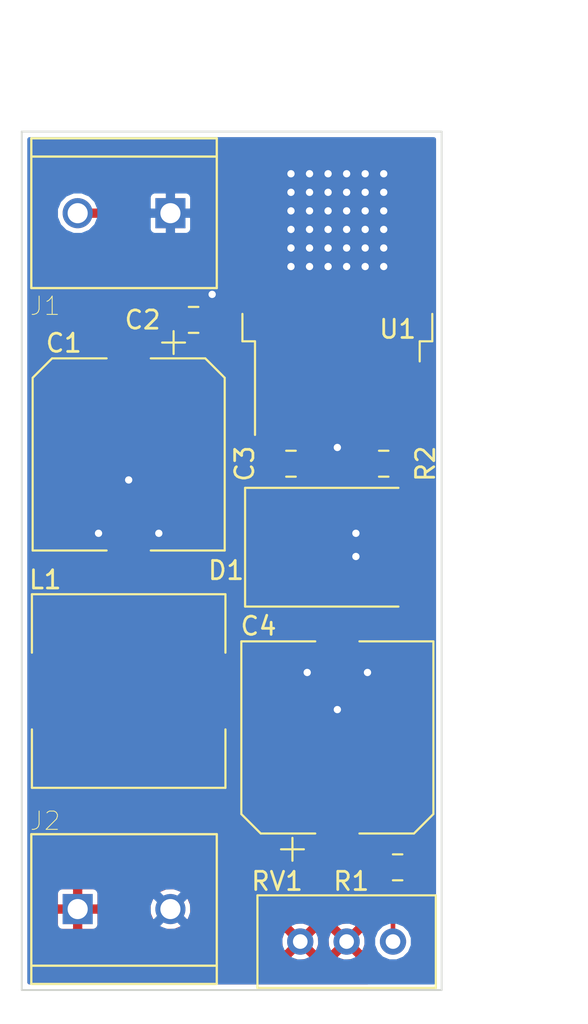
<source format=kicad_pcb>
(kicad_pcb (version 20171130) (host pcbnew 5.0.1-5.0.1)

  (general
    (thickness 1.6)
    (drawings 11)
    (tracks 94)
    (zones 0)
    (modules 12)
    (nets 10)
  )

  (page A4)
  (layers
    (0 F.Cu signal)
    (31 B.Cu signal)
    (33 F.Adhes user)
    (35 F.Paste user)
    (37 F.SilkS user)
    (39 F.Mask user)
    (40 Dwgs.User user)
    (41 Cmts.User user)
    (42 Eco1.User user)
    (43 Eco2.User user)
    (44 Edge.Cuts user)
    (45 Margin user)
    (46 B.CrtYd user)
    (47 F.CrtYd user)
    (49 F.Fab user)
  )

  (setup
    (last_trace_width 0.508)
    (user_trace_width 0.1524)
    (user_trace_width 0.254)
    (user_trace_width 0.508)
    (user_trace_width 1.27)
    (user_trace_width 2.54)
    (trace_clearance 0.1524)
    (zone_clearance 0.254)
    (zone_45_only no)
    (trace_min 0.1524)
    (segment_width 0.2)
    (edge_width 0.1)
    (via_size 0.8)
    (via_drill 0.4)
    (via_min_size 0.4)
    (via_min_drill 0.3)
    (uvia_size 0.3)
    (uvia_drill 0.1)
    (uvias_allowed no)
    (uvia_min_size 0.2)
    (uvia_min_drill 0.1)
    (pcb_text_width 0.3)
    (pcb_text_size 1.5 1.5)
    (mod_edge_width 0.15)
    (mod_text_size 1 1)
    (mod_text_width 0.15)
    (pad_size 0.6 0.6)
    (pad_drill 0.35)
    (pad_to_mask_clearance 0)
    (solder_mask_min_width 0.25)
    (aux_axis_origin 0 0)
    (visible_elements FFFFFF7F)
    (pcbplotparams
      (layerselection 0x010fc_ffffffff)
      (usegerberextensions false)
      (usegerberattributes false)
      (usegerberadvancedattributes false)
      (creategerberjobfile false)
      (excludeedgelayer true)
      (linewidth 0.100000)
      (plotframeref false)
      (viasonmask false)
      (mode 1)
      (useauxorigin false)
      (hpglpennumber 1)
      (hpglpenspeed 20)
      (hpglpendiameter 15.000000)
      (psnegative false)
      (psa4output false)
      (plotreference true)
      (plotvalue true)
      (plotinvisibletext false)
      (padsonsilk false)
      (subtractmaskfromsilk false)
      (outputformat 1)
      (mirror false)
      (drillshape 1)
      (scaleselection 1)
      (outputdirectory ""))
  )

  (net 0 "")
  (net 1 "Net-(C3-Pad1)")
  (net 2 "Net-(C1-Pad1)")
  (net 3 "Net-(C3-Pad2)")
  (net 4 GND)
  (net 5 "Net-(U1-Pad5)")
  (net 6 "Net-(C4-Pad1)")
  (net 7 "Net-(U1-Pad7)")
  (net 8 "Net-(R1-Pad1)")
  (net 9 "Net-(R1-Pad2)")

  (net_class Default "This is the default net class."
    (clearance 0.1524)
    (trace_width 0.1524)
    (via_dia 0.8)
    (via_drill 0.4)
    (uvia_dia 0.3)
    (uvia_drill 0.1)
    (add_net GND)
    (add_net "Net-(C1-Pad1)")
    (add_net "Net-(C3-Pad1)")
    (add_net "Net-(C3-Pad2)")
    (add_net "Net-(C4-Pad1)")
    (add_net "Net-(R1-Pad1)")
    (add_net "Net-(R1-Pad2)")
    (add_net "Net-(U1-Pad5)")
    (add_net "Net-(U1-Pad7)")
  )

  (module 282837-2:TE_282837-2 (layer F.Cu) (tedit 5BF96F84) (tstamp 5C11A7E6)
    (at 133.604 99.568)
    (path /5BF8EB9A)
    (fp_text reference J2 (at -4.318 -4.826) (layer F.SilkS)
      (effects (font (size 1.00204 1.00204) (thickness 0.05)))
    )
    (fp_text value Screw_Terminal_01x02 (at -1.12794 5.84743) (layer F.SilkS) hide
      (effects (font (size 1.00261 1.00261) (thickness 0.05)))
    )
    (fp_line (start -5.08 3.1) (end 5.08 3.1) (layer F.SilkS) (width 0.127))
    (fp_circle (center -2.54 1.27) (end -2.44 1.27) (layer Dwgs.User) (width 0.2))
    (fp_line (start -5.08 4.1) (end -5.08 -4.1) (layer Dwgs.User) (width 0.127))
    (fp_line (start 5.08 4.1) (end -5.08 4.1) (layer Dwgs.User) (width 0.127))
    (fp_line (start 5.08 -4.1) (end 5.08 4.1) (layer Dwgs.User) (width 0.127))
    (fp_line (start -5.08 -4.1) (end 5.08 -4.1) (layer Dwgs.User) (width 0.127))
    (fp_line (start -5.33 4.35) (end -5.33 -4.35) (layer Eco1.User) (width 0.05))
    (fp_line (start 5.33 4.35) (end -5.33 4.35) (layer Eco1.User) (width 0.05))
    (fp_line (start 5.33 -4.35) (end 5.33 4.35) (layer Eco1.User) (width 0.05))
    (fp_line (start -5.33 -4.35) (end 5.33 -4.35) (layer Eco1.User) (width 0.05))
    (fp_line (start -5.08 3.1) (end -5.08 -4.1) (layer F.SilkS) (width 0.127))
    (fp_line (start -5.08 4.1) (end -5.08 3.1) (layer F.SilkS) (width 0.127))
    (fp_line (start 5.08 4.1) (end -5.08 4.1) (layer F.SilkS) (width 0.127))
    (fp_line (start 5.08 3.1) (end 5.08 4.1) (layer F.SilkS) (width 0.127))
    (fp_line (start 5.08 -4.1) (end 5.08 3.1) (layer F.SilkS) (width 0.127))
    (fp_line (start -5.08 -4.1) (end 5.08 -4.1) (layer F.SilkS) (width 0.127))
    (pad 2 thru_hole circle (at 2.54 0) (size 1.65 1.65) (drill 1.1) (layers *.Cu *.Mask)
      (net 4 GND))
    (pad 1 thru_hole rect (at -2.54 0) (size 1.65 1.65) (drill 1.1) (layers *.Cu *.Mask)
      (net 6 "Net-(C4-Pad1)"))
    (model ${KIPRJMOD}/c-282837-2-g2-3d.stp
      (offset (xyz 0 -4.013199939727783 2.539999961853027))
      (scale (xyz 1 1 1))
      (rotate (xyz -90 0 0))
    )
  )

  (module 282837-2:TE_282837-2 (layer F.Cu) (tedit 5BF96F80) (tstamp 5C11A7D1)
    (at 133.604 61.468 180)
    (path /5BF8EB16)
    (fp_text reference J1 (at 4.318 -5.08 180) (layer F.SilkS)
      (effects (font (size 1.00204 1.00204) (thickness 0.05)))
    )
    (fp_text value Screw_Terminal_01x02 (at -1.12794 5.84743 180) (layer F.SilkS) hide
      (effects (font (size 1.00261 1.00261) (thickness 0.05)))
    )
    (fp_line (start -5.08 -4.1) (end 5.08 -4.1) (layer F.SilkS) (width 0.127))
    (fp_line (start 5.08 -4.1) (end 5.08 3.1) (layer F.SilkS) (width 0.127))
    (fp_line (start 5.08 3.1) (end 5.08 4.1) (layer F.SilkS) (width 0.127))
    (fp_line (start 5.08 4.1) (end -5.08 4.1) (layer F.SilkS) (width 0.127))
    (fp_line (start -5.08 4.1) (end -5.08 3.1) (layer F.SilkS) (width 0.127))
    (fp_line (start -5.08 3.1) (end -5.08 -4.1) (layer F.SilkS) (width 0.127))
    (fp_line (start -5.33 -4.35) (end 5.33 -4.35) (layer Eco1.User) (width 0.05))
    (fp_line (start 5.33 -4.35) (end 5.33 4.35) (layer Eco1.User) (width 0.05))
    (fp_line (start 5.33 4.35) (end -5.33 4.35) (layer Eco1.User) (width 0.05))
    (fp_line (start -5.33 4.35) (end -5.33 -4.35) (layer Eco1.User) (width 0.05))
    (fp_line (start -5.08 -4.1) (end 5.08 -4.1) (layer Dwgs.User) (width 0.127))
    (fp_line (start 5.08 -4.1) (end 5.08 4.1) (layer Dwgs.User) (width 0.127))
    (fp_line (start 5.08 4.1) (end -5.08 4.1) (layer Dwgs.User) (width 0.127))
    (fp_line (start -5.08 4.1) (end -5.08 -4.1) (layer Dwgs.User) (width 0.127))
    (fp_circle (center -2.54 1.27) (end -2.44 1.27) (layer Dwgs.User) (width 0.2))
    (fp_line (start -5.08 3.1) (end 5.08 3.1) (layer F.SilkS) (width 0.127))
    (pad 1 thru_hole rect (at -2.54 0 180) (size 1.65 1.65) (drill 1.1) (layers *.Cu *.Mask)
      (net 4 GND))
    (pad 2 thru_hole circle (at 2.54 0 180) (size 1.65 1.65) (drill 1.1) (layers *.Cu *.Mask)
      (net 2 "Net-(C1-Pad1)"))
    (model ${KIPRJMOD}/c-282837-2-g2-3d.stp
      (offset (xyz 0 -4.013199939727783 2.539999961853027))
      (scale (xyz 1 1 1))
      (rotate (xyz -90 0 0))
    )
  )

  (module Potentiometer_THT:Potentiometer_Bourns_3296W_Vertical (layer F.Cu) (tedit 5A3D4994) (tstamp 5C1D4E95)
    (at 148.336 101.346)
    (descr "Potentiometer, vertical, Bourns 3296W, https://www.bourns.com/pdfs/3296.pdf")
    (tags "Potentiometer vertical Bourns 3296W")
    (path /5BF8B29E)
    (fp_text reference RV1 (at -6.35 -3.302) (layer F.SilkS)
      (effects (font (size 1 1) (thickness 0.15)))
    )
    (fp_text value 30k (at -2.54 3.67) (layer F.Fab)
      (effects (font (size 1 1) (thickness 0.15)))
    )
    (fp_circle (center 0.955 1.15) (end 2.05 1.15) (layer F.Fab) (width 0.1))
    (fp_line (start -7.305 -2.41) (end -7.305 2.42) (layer F.Fab) (width 0.1))
    (fp_line (start -7.305 2.42) (end 2.225 2.42) (layer F.Fab) (width 0.1))
    (fp_line (start 2.225 2.42) (end 2.225 -2.41) (layer F.Fab) (width 0.1))
    (fp_line (start 2.225 -2.41) (end -7.305 -2.41) (layer F.Fab) (width 0.1))
    (fp_line (start 0.955 2.235) (end 0.956 0.066) (layer F.Fab) (width 0.1))
    (fp_line (start 0.955 2.235) (end 0.956 0.066) (layer F.Fab) (width 0.1))
    (fp_line (start -7.425 -2.53) (end 2.345 -2.53) (layer F.SilkS) (width 0.12))
    (fp_line (start -7.425 2.54) (end 2.345 2.54) (layer F.SilkS) (width 0.12))
    (fp_line (start -7.425 -2.53) (end -7.425 2.54) (layer F.SilkS) (width 0.12))
    (fp_line (start 2.345 -2.53) (end 2.345 2.54) (layer F.SilkS) (width 0.12))
    (fp_line (start -7.6 -2.7) (end -7.6 2.7) (layer F.CrtYd) (width 0.05))
    (fp_line (start -7.6 2.7) (end 2.5 2.7) (layer F.CrtYd) (width 0.05))
    (fp_line (start 2.5 2.7) (end 2.5 -2.7) (layer F.CrtYd) (width 0.05))
    (fp_line (start 2.5 -2.7) (end -7.6 -2.7) (layer F.CrtYd) (width 0.05))
    (fp_text user %R (at -3.175 0.005) (layer F.Fab)
      (effects (font (size 1 1) (thickness 0.15)))
    )
    (pad 1 thru_hole circle (at 0 0) (size 1.44 1.44) (drill 0.8) (layers *.Cu *.Mask)
      (net 8 "Net-(R1-Pad1)"))
    (pad 2 thru_hole circle (at -2.54 0) (size 1.44 1.44) (drill 0.8) (layers *.Cu *.Mask)
      (net 6 "Net-(C4-Pad1)"))
    (pad 3 thru_hole circle (at -5.08 0) (size 1.44 1.44) (drill 0.8) (layers *.Cu *.Mask)
      (net 6 "Net-(C4-Pad1)"))
    (model ${KISYS3DMOD}/Potentiometer_THT.3dshapes/Potentiometer_Bourns_3296W_Vertical.wrl
      (at (xyz 0 0 0))
      (scale (xyz 1 1 1))
      (rotate (xyz 0 0 0))
    )
    (model ${KIPRJMOD}/3296W.stp
      (offset (xyz 2.222499966621399 2.031999969482422 10.15999984741211))
      (scale (xyz 1 1 1))
      (rotate (xyz 0 -90 90))
    )
  )

  (module Resistor_SMD:R_0805_2012Metric (layer F.Cu) (tedit 5B36C52B) (tstamp 5C11306C)
    (at 147.828 75.184 180)
    (descr "Resistor SMD 0805 (2012 Metric), square (rectangular) end terminal, IPC_7351 nominal, (Body size source: https://docs.google.com/spreadsheets/d/1BsfQQcO9C6DZCsRaXUlFlo91Tg2WpOkGARC1WS5S8t0/edit?usp=sharing), generated with kicad-footprint-generator")
    (tags resistor)
    (path /5BF8A95E)
    (attr smd)
    (fp_text reference R2 (at -2.286 0 90) (layer F.SilkS)
      (effects (font (size 1 1) (thickness 0.15)))
    )
    (fp_text value 10k (at 0 1.65 180) (layer F.Fab)
      (effects (font (size 1 1) (thickness 0.15)))
    )
    (fp_text user %R (at 0 0 180) (layer F.Fab)
      (effects (font (size 0.5 0.5) (thickness 0.08)))
    )
    (fp_line (start 1.68 0.95) (end -1.68 0.95) (layer F.CrtYd) (width 0.05))
    (fp_line (start 1.68 -0.95) (end 1.68 0.95) (layer F.CrtYd) (width 0.05))
    (fp_line (start -1.68 -0.95) (end 1.68 -0.95) (layer F.CrtYd) (width 0.05))
    (fp_line (start -1.68 0.95) (end -1.68 -0.95) (layer F.CrtYd) (width 0.05))
    (fp_line (start -0.258578 0.71) (end 0.258578 0.71) (layer F.SilkS) (width 0.12))
    (fp_line (start -0.258578 -0.71) (end 0.258578 -0.71) (layer F.SilkS) (width 0.12))
    (fp_line (start 1 0.6) (end -1 0.6) (layer F.Fab) (width 0.1))
    (fp_line (start 1 -0.6) (end 1 0.6) (layer F.Fab) (width 0.1))
    (fp_line (start -1 -0.6) (end 1 -0.6) (layer F.Fab) (width 0.1))
    (fp_line (start -1 0.6) (end -1 -0.6) (layer F.Fab) (width 0.1))
    (pad 2 smd roundrect (at 0.9375 0 180) (size 0.975 1.4) (layers F.Cu F.Paste F.Mask) (roundrect_rratio 0.25)
      (net 4 GND))
    (pad 1 smd roundrect (at -0.9375 0 180) (size 0.975 1.4) (layers F.Cu F.Paste F.Mask) (roundrect_rratio 0.25)
      (net 9 "Net-(R1-Pad2)"))
    (model ${KISYS3DMOD}/Resistor_SMD.3dshapes/R_0805_2012Metric.wrl
      (at (xyz 0 0 0))
      (scale (xyz 1 1 1))
      (rotate (xyz 0 0 0))
    )
  )

  (module Resistor_SMD:R_0805_2012Metric (layer F.Cu) (tedit 5B36C52B) (tstamp 5C11305B)
    (at 148.59 97.282)
    (descr "Resistor SMD 0805 (2012 Metric), square (rectangular) end terminal, IPC_7351 nominal, (Body size source: https://docs.google.com/spreadsheets/d/1BsfQQcO9C6DZCsRaXUlFlo91Tg2WpOkGARC1WS5S8t0/edit?usp=sharing), generated with kicad-footprint-generator")
    (tags resistor)
    (path /5BF8AF82)
    (attr smd)
    (fp_text reference R1 (at -2.54 0.762) (layer F.SilkS)
      (effects (font (size 1 1) (thickness 0.15)))
    )
    (fp_text value 10k (at 0 1.65) (layer F.Fab)
      (effects (font (size 1 1) (thickness 0.15)))
    )
    (fp_line (start -1 0.6) (end -1 -0.6) (layer F.Fab) (width 0.1))
    (fp_line (start -1 -0.6) (end 1 -0.6) (layer F.Fab) (width 0.1))
    (fp_line (start 1 -0.6) (end 1 0.6) (layer F.Fab) (width 0.1))
    (fp_line (start 1 0.6) (end -1 0.6) (layer F.Fab) (width 0.1))
    (fp_line (start -0.258578 -0.71) (end 0.258578 -0.71) (layer F.SilkS) (width 0.12))
    (fp_line (start -0.258578 0.71) (end 0.258578 0.71) (layer F.SilkS) (width 0.12))
    (fp_line (start -1.68 0.95) (end -1.68 -0.95) (layer F.CrtYd) (width 0.05))
    (fp_line (start -1.68 -0.95) (end 1.68 -0.95) (layer F.CrtYd) (width 0.05))
    (fp_line (start 1.68 -0.95) (end 1.68 0.95) (layer F.CrtYd) (width 0.05))
    (fp_line (start 1.68 0.95) (end -1.68 0.95) (layer F.CrtYd) (width 0.05))
    (fp_text user %R (at 0 0) (layer F.Fab)
      (effects (font (size 0.5 0.5) (thickness 0.08)))
    )
    (pad 1 smd roundrect (at -0.9375 0) (size 0.975 1.4) (layers F.Cu F.Paste F.Mask) (roundrect_rratio 0.25)
      (net 8 "Net-(R1-Pad1)"))
    (pad 2 smd roundrect (at 0.9375 0) (size 0.975 1.4) (layers F.Cu F.Paste F.Mask) (roundrect_rratio 0.25)
      (net 9 "Net-(R1-Pad2)"))
    (model ${KISYS3DMOD}/Resistor_SMD.3dshapes/R_0805_2012Metric.wrl
      (at (xyz 0 0 0))
      (scale (xyz 1 1 1))
      (rotate (xyz 0 0 0))
    )
  )

  (module Diode_SMD:D_SMC (layer F.Cu) (tedit 5864295D) (tstamp 5C0537C3)
    (at 145.034 79.756)
    (descr "Diode SMC (DO-214AB)")
    (tags "Diode SMC (DO-214AB)")
    (path /5BF88DCA)
    (attr smd)
    (fp_text reference D1 (at -5.842 1.27) (layer F.SilkS)
      (effects (font (size 1 1) (thickness 0.15)))
    )
    (fp_text value B560C (at 0 4.2) (layer F.Fab)
      (effects (font (size 1 1) (thickness 0.15)))
    )
    (fp_text user %R (at 0 -1.9) (layer F.Fab)
      (effects (font (size 1 1) (thickness 0.15)))
    )
    (fp_line (start -4.8 3.25) (end -4.8 -3.25) (layer F.SilkS) (width 0.12))
    (fp_line (start 3.55 3.1) (end -3.55 3.1) (layer F.Fab) (width 0.1))
    (fp_line (start -3.55 3.1) (end -3.55 -3.1) (layer F.Fab) (width 0.1))
    (fp_line (start 3.55 -3.1) (end 3.55 3.1) (layer F.Fab) (width 0.1))
    (fp_line (start 3.55 -3.1) (end -3.55 -3.1) (layer F.Fab) (width 0.1))
    (fp_line (start -4.9 -3.35) (end 4.9 -3.35) (layer F.CrtYd) (width 0.05))
    (fp_line (start 4.9 -3.35) (end 4.9 3.35) (layer F.CrtYd) (width 0.05))
    (fp_line (start 4.9 3.35) (end -4.9 3.35) (layer F.CrtYd) (width 0.05))
    (fp_line (start -4.9 3.35) (end -4.9 -3.35) (layer F.CrtYd) (width 0.05))
    (fp_line (start -0.64944 0.00102) (end -1.55114 0.00102) (layer F.Fab) (width 0.1))
    (fp_line (start 0.50118 0.00102) (end 1.4994 0.00102) (layer F.Fab) (width 0.1))
    (fp_line (start -0.64944 -0.79908) (end -0.64944 0.80112) (layer F.Fab) (width 0.1))
    (fp_line (start 0.50118 0.75032) (end 0.50118 -0.79908) (layer F.Fab) (width 0.1))
    (fp_line (start -0.64944 0.00102) (end 0.50118 0.75032) (layer F.Fab) (width 0.1))
    (fp_line (start -0.64944 0.00102) (end 0.50118 -0.79908) (layer F.Fab) (width 0.1))
    (fp_line (start -4.8 3.25) (end 3.6 3.25) (layer F.SilkS) (width 0.12))
    (fp_line (start -4.8 -3.25) (end 3.6 -3.25) (layer F.SilkS) (width 0.12))
    (pad 1 smd rect (at -3.4 0 90) (size 3.3 2.5) (layers F.Cu F.Paste F.Mask)
      (net 1 "Net-(C3-Pad1)"))
    (pad 2 smd rect (at 3.4 0 90) (size 3.3 2.5) (layers F.Cu F.Paste F.Mask)
      (net 4 GND))
    (model ${KISYS3DMOD}/Diode_SMD.3dshapes/D_SMC.wrl
      (at (xyz 0 0 0))
      (scale (xyz 1 1 1))
      (rotate (xyz 0 0 0))
    )
  )

  (module Capacitor_SMD:CP_Elec_10x12.6 (layer F.Cu) (tedit 5A841F9D) (tstamp 5C052ADB)
    (at 145.288 90.17 90)
    (descr "SMT capacitor, aluminium electrolytic, 10x12.6, Panasonic F12 ")
    (tags "Capacitor Electrolytic")
    (path /5BF89FDC)
    (attr smd)
    (fp_text reference C4 (at 6.096 -4.318 180) (layer F.SilkS)
      (effects (font (size 1 1) (thickness 0.15)))
    )
    (fp_text value 1000µF (at 0 6.2 90) (layer F.Fab)
      (effects (font (size 1 1) (thickness 0.15)))
    )
    (fp_text user %R (at 0 0 90) (layer F.Fab)
      (effects (font (size 1 1) (thickness 0.15)))
    )
    (fp_line (start -6.8 1.2) (end -5.4 1.2) (layer F.CrtYd) (width 0.05))
    (fp_line (start -6.8 -1.2) (end -6.8 1.2) (layer F.CrtYd) (width 0.05))
    (fp_line (start -5.4 -1.2) (end -6.8 -1.2) (layer F.CrtYd) (width 0.05))
    (fp_line (start -5.4 1.2) (end -5.4 4.25) (layer F.CrtYd) (width 0.05))
    (fp_line (start -5.4 -4.25) (end -5.4 -1.2) (layer F.CrtYd) (width 0.05))
    (fp_line (start -5.4 -4.25) (end -4.25 -5.4) (layer F.CrtYd) (width 0.05))
    (fp_line (start -5.4 4.25) (end -4.25 5.4) (layer F.CrtYd) (width 0.05))
    (fp_line (start -4.25 -5.4) (end 5.4 -5.4) (layer F.CrtYd) (width 0.05))
    (fp_line (start -4.25 5.4) (end 5.4 5.4) (layer F.CrtYd) (width 0.05))
    (fp_line (start 5.4 1.2) (end 5.4 5.4) (layer F.CrtYd) (width 0.05))
    (fp_line (start 6.8 1.2) (end 5.4 1.2) (layer F.CrtYd) (width 0.05))
    (fp_line (start 6.8 -1.2) (end 6.8 1.2) (layer F.CrtYd) (width 0.05))
    (fp_line (start 5.4 -1.2) (end 6.8 -1.2) (layer F.CrtYd) (width 0.05))
    (fp_line (start 5.4 -5.4) (end 5.4 -1.2) (layer F.CrtYd) (width 0.05))
    (fp_line (start -6.125 -3.085) (end -6.125 -1.835) (layer F.SilkS) (width 0.12))
    (fp_line (start -6.75 -2.46) (end -5.5 -2.46) (layer F.SilkS) (width 0.12))
    (fp_line (start -5.26 4.195563) (end -4.195563 5.26) (layer F.SilkS) (width 0.12))
    (fp_line (start -5.26 -4.195563) (end -4.195563 -5.26) (layer F.SilkS) (width 0.12))
    (fp_line (start -5.26 -4.195563) (end -5.26 -1.21) (layer F.SilkS) (width 0.12))
    (fp_line (start -5.26 4.195563) (end -5.26 1.21) (layer F.SilkS) (width 0.12))
    (fp_line (start -4.195563 5.26) (end 5.26 5.26) (layer F.SilkS) (width 0.12))
    (fp_line (start -4.195563 -5.26) (end 5.26 -5.26) (layer F.SilkS) (width 0.12))
    (fp_line (start 5.26 -5.26) (end 5.26 -1.21) (layer F.SilkS) (width 0.12))
    (fp_line (start 5.26 5.26) (end 5.26 1.21) (layer F.SilkS) (width 0.12))
    (fp_line (start -4.058325 -2.2) (end -4.058325 -1.2) (layer F.Fab) (width 0.1))
    (fp_line (start -4.558325 -1.7) (end -3.558325 -1.7) (layer F.Fab) (width 0.1))
    (fp_line (start -5.15 4.15) (end -4.15 5.15) (layer F.Fab) (width 0.1))
    (fp_line (start -5.15 -4.15) (end -4.15 -5.15) (layer F.Fab) (width 0.1))
    (fp_line (start -5.15 -4.15) (end -5.15 4.15) (layer F.Fab) (width 0.1))
    (fp_line (start -4.15 5.15) (end 5.15 5.15) (layer F.Fab) (width 0.1))
    (fp_line (start -4.15 -5.15) (end 5.15 -5.15) (layer F.Fab) (width 0.1))
    (fp_line (start 5.15 -5.15) (end 5.15 5.15) (layer F.Fab) (width 0.1))
    (fp_circle (center 0 0) (end 5 0) (layer F.Fab) (width 0.1))
    (pad 2 smd rect (at 4.35 0 90) (size 4.4 1.9) (layers F.Cu F.Paste F.Mask)
      (net 4 GND))
    (pad 1 smd rect (at -4.35 0 90) (size 4.4 1.9) (layers F.Cu F.Paste F.Mask)
      (net 6 "Net-(C4-Pad1)"))
    (model ${KISYS3DMOD}/Capacitor_SMD.3dshapes/CP_Elec_10x12.6.wrl
      (at (xyz 0 0 0))
      (scale (xyz 1 1 1))
      (rotate (xyz 0 0 0))
    )
  )

  (module Capacitor_SMD:CP_Elec_10x12.6 (layer F.Cu) (tedit 5A841F9D) (tstamp 5C052AB3)
    (at 133.858 74.676 270)
    (descr "SMT capacitor, aluminium electrolytic, 10x12.6, Panasonic F12 ")
    (tags "Capacitor Electrolytic")
    (path /5BF88B3E)
    (attr smd)
    (fp_text reference C1 (at -6.096 3.556) (layer F.SilkS)
      (effects (font (size 1 1) (thickness 0.15)))
    )
    (fp_text value 68µF (at 0 6.2 270) (layer F.Fab)
      (effects (font (size 1 1) (thickness 0.15)))
    )
    (fp_circle (center 0 0) (end 5 0) (layer F.Fab) (width 0.1))
    (fp_line (start 5.15 -5.15) (end 5.15 5.15) (layer F.Fab) (width 0.1))
    (fp_line (start -4.15 -5.15) (end 5.15 -5.15) (layer F.Fab) (width 0.1))
    (fp_line (start -4.15 5.15) (end 5.15 5.15) (layer F.Fab) (width 0.1))
    (fp_line (start -5.15 -4.15) (end -5.15 4.15) (layer F.Fab) (width 0.1))
    (fp_line (start -5.15 -4.15) (end -4.15 -5.15) (layer F.Fab) (width 0.1))
    (fp_line (start -5.15 4.15) (end -4.15 5.15) (layer F.Fab) (width 0.1))
    (fp_line (start -4.558325 -1.7) (end -3.558325 -1.7) (layer F.Fab) (width 0.1))
    (fp_line (start -4.058325 -2.2) (end -4.058325 -1.2) (layer F.Fab) (width 0.1))
    (fp_line (start 5.26 5.26) (end 5.26 1.21) (layer F.SilkS) (width 0.12))
    (fp_line (start 5.26 -5.26) (end 5.26 -1.21) (layer F.SilkS) (width 0.12))
    (fp_line (start -4.195563 -5.26) (end 5.26 -5.26) (layer F.SilkS) (width 0.12))
    (fp_line (start -4.195563 5.26) (end 5.26 5.26) (layer F.SilkS) (width 0.12))
    (fp_line (start -5.26 4.195563) (end -5.26 1.21) (layer F.SilkS) (width 0.12))
    (fp_line (start -5.26 -4.195563) (end -5.26 -1.21) (layer F.SilkS) (width 0.12))
    (fp_line (start -5.26 -4.195563) (end -4.195563 -5.26) (layer F.SilkS) (width 0.12))
    (fp_line (start -5.26 4.195563) (end -4.195563 5.26) (layer F.SilkS) (width 0.12))
    (fp_line (start -6.75 -2.46) (end -5.5 -2.46) (layer F.SilkS) (width 0.12))
    (fp_line (start -6.125 -3.085) (end -6.125 -1.835) (layer F.SilkS) (width 0.12))
    (fp_line (start 5.4 -5.4) (end 5.4 -1.2) (layer F.CrtYd) (width 0.05))
    (fp_line (start 5.4 -1.2) (end 6.8 -1.2) (layer F.CrtYd) (width 0.05))
    (fp_line (start 6.8 -1.2) (end 6.8 1.2) (layer F.CrtYd) (width 0.05))
    (fp_line (start 6.8 1.2) (end 5.4 1.2) (layer F.CrtYd) (width 0.05))
    (fp_line (start 5.4 1.2) (end 5.4 5.4) (layer F.CrtYd) (width 0.05))
    (fp_line (start -4.25 5.4) (end 5.4 5.4) (layer F.CrtYd) (width 0.05))
    (fp_line (start -4.25 -5.4) (end 5.4 -5.4) (layer F.CrtYd) (width 0.05))
    (fp_line (start -5.4 4.25) (end -4.25 5.4) (layer F.CrtYd) (width 0.05))
    (fp_line (start -5.4 -4.25) (end -4.25 -5.4) (layer F.CrtYd) (width 0.05))
    (fp_line (start -5.4 -4.25) (end -5.4 -1.2) (layer F.CrtYd) (width 0.05))
    (fp_line (start -5.4 1.2) (end -5.4 4.25) (layer F.CrtYd) (width 0.05))
    (fp_line (start -5.4 -1.2) (end -6.8 -1.2) (layer F.CrtYd) (width 0.05))
    (fp_line (start -6.8 -1.2) (end -6.8 1.2) (layer F.CrtYd) (width 0.05))
    (fp_line (start -6.8 1.2) (end -5.4 1.2) (layer F.CrtYd) (width 0.05))
    (fp_text user %R (at 0 0 270) (layer F.Fab)
      (effects (font (size 1 1) (thickness 0.15)))
    )
    (pad 1 smd rect (at -4.35 0 270) (size 4.4 1.9) (layers F.Cu F.Paste F.Mask)
      (net 2 "Net-(C1-Pad1)"))
    (pad 2 smd rect (at 4.35 0 270) (size 4.4 1.9) (layers F.Cu F.Paste F.Mask)
      (net 4 GND))
    (model ${KISYS3DMOD}/Capacitor_SMD.3dshapes/CP_Elec_10x12.6.wrl
      (at (xyz 0 0 0))
      (scale (xyz 1 1 1))
      (rotate (xyz 0 0 0))
    )
  )

  (module Capacitor_SMD:C_0805_2012Metric_Pad1.15x1.40mm_HandSolder (layer F.Cu) (tedit 5B36C52B) (tstamp 5C052A8B)
    (at 142.748 75.184)
    (descr "Capacitor SMD 0805 (2012 Metric), square (rectangular) end terminal, IPC_7351 nominal with elongated pad for handsoldering. (Body size source: https://docs.google.com/spreadsheets/d/1BsfQQcO9C6DZCsRaXUlFlo91Tg2WpOkGARC1WS5S8t0/edit?usp=sharing), generated with kicad-footprint-generator")
    (tags "capacitor handsolder")
    (path /5BF89585)
    (attr smd)
    (fp_text reference C3 (at -2.54 0 90) (layer F.SilkS)
      (effects (font (size 1 1) (thickness 0.15)))
    )
    (fp_text value 100nF (at 0 1.65) (layer F.Fab)
      (effects (font (size 1 1) (thickness 0.15)))
    )
    (fp_text user %R (at 2.223599 -2.920601) (layer F.Fab)
      (effects (font (size 0.5 0.5) (thickness 0.08)))
    )
    (fp_line (start 1.85 0.95) (end -1.85 0.95) (layer F.CrtYd) (width 0.05))
    (fp_line (start 1.85 -0.95) (end 1.85 0.95) (layer F.CrtYd) (width 0.05))
    (fp_line (start -1.85 -0.95) (end 1.85 -0.95) (layer F.CrtYd) (width 0.05))
    (fp_line (start -1.85 0.95) (end -1.85 -0.95) (layer F.CrtYd) (width 0.05))
    (fp_line (start -0.261252 0.71) (end 0.261252 0.71) (layer F.SilkS) (width 0.12))
    (fp_line (start -0.261252 -0.71) (end 0.261252 -0.71) (layer F.SilkS) (width 0.12))
    (fp_line (start 1 0.6) (end -1 0.6) (layer F.Fab) (width 0.1))
    (fp_line (start 1 -0.6) (end 1 0.6) (layer F.Fab) (width 0.1))
    (fp_line (start -1 -0.6) (end 1 -0.6) (layer F.Fab) (width 0.1))
    (fp_line (start -1 0.6) (end -1 -0.6) (layer F.Fab) (width 0.1))
    (pad 2 smd roundrect (at 1.025 0) (size 1.15 1.4) (layers F.Cu F.Paste F.Mask) (roundrect_rratio 0.217391)
      (net 3 "Net-(C3-Pad2)"))
    (pad 1 smd roundrect (at -1.025 0) (size 1.15 1.4) (layers F.Cu F.Paste F.Mask) (roundrect_rratio 0.217391)
      (net 1 "Net-(C3-Pad1)"))
    (model ${KISYS3DMOD}/Capacitor_SMD.3dshapes/C_0805_2012Metric.wrl
      (at (xyz 0 0 0))
      (scale (xyz 1 1 1))
      (rotate (xyz 0 0 0))
    )
  )

  (module Capacitor_SMD:C_0805_2012Metric_Pad1.15x1.40mm_HandSolder (layer F.Cu) (tedit 5B36C52B) (tstamp 5C052A7A)
    (at 137.414 67.31)
    (descr "Capacitor SMD 0805 (2012 Metric), square (rectangular) end terminal, IPC_7351 nominal with elongated pad for handsoldering. (Body size source: https://docs.google.com/spreadsheets/d/1BsfQQcO9C6DZCsRaXUlFlo91Tg2WpOkGARC1WS5S8t0/edit?usp=sharing), generated with kicad-footprint-generator")
    (tags "capacitor handsolder")
    (path /5BF88AF6)
    (attr smd)
    (fp_text reference C2 (at -2.794 0) (layer F.SilkS)
      (effects (font (size 1 1) (thickness 0.15)))
    )
    (fp_text value 100nF (at 0 1.65) (layer F.Fab)
      (effects (font (size 1 1) (thickness 0.15)))
    )
    (fp_line (start -1 0.6) (end -1 -0.6) (layer F.Fab) (width 0.1))
    (fp_line (start -1 -0.6) (end 1 -0.6) (layer F.Fab) (width 0.1))
    (fp_line (start 1 -0.6) (end 1 0.6) (layer F.Fab) (width 0.1))
    (fp_line (start 1 0.6) (end -1 0.6) (layer F.Fab) (width 0.1))
    (fp_line (start -0.261252 -0.71) (end 0.261252 -0.71) (layer F.SilkS) (width 0.12))
    (fp_line (start -0.261252 0.71) (end 0.261252 0.71) (layer F.SilkS) (width 0.12))
    (fp_line (start -1.85 0.95) (end -1.85 -0.95) (layer F.CrtYd) (width 0.05))
    (fp_line (start -1.85 -0.95) (end 1.85 -0.95) (layer F.CrtYd) (width 0.05))
    (fp_line (start 1.85 -0.95) (end 1.85 0.95) (layer F.CrtYd) (width 0.05))
    (fp_line (start 1.85 0.95) (end -1.85 0.95) (layer F.CrtYd) (width 0.05))
    (fp_text user %R (at -0.008101 -0.012301 180) (layer F.Fab)
      (effects (font (size 0.5 0.5) (thickness 0.08)))
    )
    (pad 1 smd roundrect (at -1.025 0) (size 1.15 1.4) (layers F.Cu F.Paste F.Mask) (roundrect_rratio 0.217391)
      (net 2 "Net-(C1-Pad1)"))
    (pad 2 smd roundrect (at 1.025 0) (size 1.15 1.4) (layers F.Cu F.Paste F.Mask) (roundrect_rratio 0.217391)
      (net 4 GND))
    (model ${KISYS3DMOD}/Capacitor_SMD.3dshapes/C_0805_2012Metric.wrl
      (at (xyz 0 0 0))
      (scale (xyz 1 1 1))
      (rotate (xyz 0 0 0))
    )
  )

  (module Inductor_SMD:L_10.4x10.4_H4.8 (layer F.Cu) (tedit 5990349B) (tstamp 5C052A51)
    (at 133.858 87.63)
    (descr "Choke, SMD, 10.4x10.4mm 4.8mm height")
    (tags "Choke SMD")
    (path /5BF89085)
    (attr smd)
    (fp_text reference L1 (at -4.572 -6.096) (layer F.SilkS)
      (effects (font (size 1 1) (thickness 0.15)))
    )
    (fp_text value 22µH (at 0 6.35) (layer F.Fab)
      (effects (font (size 1 1) (thickness 0.15)))
    )
    (fp_text user %R (at 0 0) (layer F.Fab)
      (effects (font (size 1 1) (thickness 0.15)))
    )
    (fp_line (start 5.3 2.1) (end 5.3 5.3) (layer F.SilkS) (width 0.12))
    (fp_line (start 5.3 5.3) (end -5.3 5.3) (layer F.SilkS) (width 0.12))
    (fp_line (start -5.3 5.3) (end -5.3 2.1) (layer F.SilkS) (width 0.12))
    (fp_line (start -5.3 -2.1) (end -5.3 -5.3) (layer F.SilkS) (width 0.12))
    (fp_line (start -5.3 -5.3) (end 5.3 -5.3) (layer F.SilkS) (width 0.12))
    (fp_line (start 5.3 -5.3) (end 5.3 -2.1) (layer F.SilkS) (width 0.12))
    (fp_line (start -5.75 -5.45) (end -5.75 5.45) (layer F.CrtYd) (width 0.05))
    (fp_line (start -5.75 5.45) (end 5.75 5.45) (layer F.CrtYd) (width 0.05))
    (fp_line (start 5.75 5.45) (end 5.75 -5.45) (layer F.CrtYd) (width 0.05))
    (fp_line (start 5.75 -5.45) (end -5.75 -5.45) (layer F.CrtYd) (width 0.05))
    (fp_line (start 5.2 -5.2) (end 5.2 -2.1) (layer F.Fab) (width 0.1))
    (fp_line (start -5.2 -5.2) (end -5.2 -2.1) (layer F.Fab) (width 0.1))
    (fp_line (start 5.2 5.2) (end 5.2 2.1) (layer F.Fab) (width 0.1))
    (fp_line (start -5.2 5.2) (end -5.2 2.1) (layer F.Fab) (width 0.1))
    (fp_line (start -5.2 -5.2) (end 5.2 -5.2) (layer F.Fab) (width 0.1))
    (fp_line (start -5.2 5.2) (end 5.2 5.2) (layer F.Fab) (width 0.1))
    (fp_arc (start 0 0) (end 3.17 3.17) (angle 90) (layer F.Fab) (width 0.1))
    (fp_arc (start 0 0) (end -3.17 -3.17) (angle 90) (layer F.Fab) (width 0.1))
    (pad 1 smd rect (at -4.15 0) (size 2.7 3.6) (layers F.Cu F.Paste F.Mask)
      (net 1 "Net-(C3-Pad1)"))
    (pad 2 smd rect (at 4.15 0) (size 2.7 3.6) (layers F.Cu F.Paste F.Mask)
      (net 6 "Net-(C4-Pad1)"))
    (model ${KISYS3DMOD}/Inductor_SMD.3dshapes/L_10.4x10.4_H4.8.wrl
      (at (xyz 0 0 0))
      (scale (xyz 1 1 1))
      (rotate (xyz 0 0 0))
    )
    (model ${KISYS3DMOD}/Inductor_SMD.3dshapes/L_Bourns_SRR1260.step
      (at (xyz 0 0 0))
      (scale (xyz 0.85 0.85 0.85))
      (rotate (xyz 0 0 0))
    )
  )

  (module Package_TO_SOT_SMD:TO-263-7_TabPin8 (layer F.Cu) (tedit 5A70FBD7) (tstamp 5C052A38)
    (at 145.288 65.532 90)
    (descr "TO-263 / D2PAK / DDPAK SMD package, http://www.infineon.com/cms/en/product/packages/PG-TO263/PG-TO263-7-1/")
    (tags "D2PAK DDPAK TO-263 D2PAK-7 TO-263-7 SOT-427")
    (path /5BF889A6)
    (attr smd)
    (fp_text reference U1 (at -2.286 3.302 180) (layer F.SilkS)
      (effects (font (size 1 1) (thickness 0.15)))
    )
    (fp_text value LM2676SX-ADJ_NOPB (at 0 6.65 90) (layer F.Fab)
      (effects (font (size 1 1) (thickness 0.15)))
    )
    (fp_line (start 6.5 -5) (end 7.5 -5) (layer F.Fab) (width 0.1))
    (fp_line (start 7.5 -5) (end 7.5 5) (layer F.Fab) (width 0.1))
    (fp_line (start 7.5 5) (end 6.5 5) (layer F.Fab) (width 0.1))
    (fp_line (start 6.5 -5) (end 6.5 5) (layer F.Fab) (width 0.1))
    (fp_line (start 6.5 5) (end -2.75 5) (layer F.Fab) (width 0.1))
    (fp_line (start -2.75 5) (end -2.75 -4) (layer F.Fab) (width 0.1))
    (fp_line (start -2.75 -4) (end -1.75 -5) (layer F.Fab) (width 0.1))
    (fp_line (start -1.75 -5) (end 6.5 -5) (layer F.Fab) (width 0.1))
    (fp_line (start -2.64 -4.11) (end -7.45 -4.11) (layer F.Fab) (width 0.1))
    (fp_line (start -7.45 -4.11) (end -7.45 -3.51) (layer F.Fab) (width 0.1))
    (fp_line (start -7.45 -3.51) (end -2.75 -3.51) (layer F.Fab) (width 0.1))
    (fp_line (start -2.75 -2.84) (end -7.45 -2.84) (layer F.Fab) (width 0.1))
    (fp_line (start -7.45 -2.84) (end -7.45 -2.24) (layer F.Fab) (width 0.1))
    (fp_line (start -7.45 -2.24) (end -2.75 -2.24) (layer F.Fab) (width 0.1))
    (fp_line (start -2.75 -1.57) (end -7.45 -1.57) (layer F.Fab) (width 0.1))
    (fp_line (start -7.45 -1.57) (end -7.45 -0.97) (layer F.Fab) (width 0.1))
    (fp_line (start -7.45 -0.97) (end -2.75 -0.97) (layer F.Fab) (width 0.1))
    (fp_line (start -2.75 -0.3) (end -7.45 -0.3) (layer F.Fab) (width 0.1))
    (fp_line (start -7.45 -0.3) (end -7.45 0.3) (layer F.Fab) (width 0.1))
    (fp_line (start -7.45 0.3) (end -2.75 0.3) (layer F.Fab) (width 0.1))
    (fp_line (start -2.75 0.97) (end -7.45 0.97) (layer F.Fab) (width 0.1))
    (fp_line (start -7.45 0.97) (end -7.45 1.57) (layer F.Fab) (width 0.1))
    (fp_line (start -7.45 1.57) (end -2.75 1.57) (layer F.Fab) (width 0.1))
    (fp_line (start -2.75 2.24) (end -7.45 2.24) (layer F.Fab) (width 0.1))
    (fp_line (start -7.45 2.24) (end -7.45 2.84) (layer F.Fab) (width 0.1))
    (fp_line (start -7.45 2.84) (end -2.75 2.84) (layer F.Fab) (width 0.1))
    (fp_line (start -2.75 3.51) (end -7.45 3.51) (layer F.Fab) (width 0.1))
    (fp_line (start -7.45 3.51) (end -7.45 4.11) (layer F.Fab) (width 0.1))
    (fp_line (start -7.45 4.11) (end -2.75 4.11) (layer F.Fab) (width 0.1))
    (fp_line (start -1.45 -5.2) (end -2.95 -5.2) (layer F.SilkS) (width 0.12))
    (fp_line (start -2.95 -5.2) (end -2.95 -4.51) (layer F.SilkS) (width 0.12))
    (fp_line (start -2.95 -4.51) (end -8.075 -4.51) (layer F.SilkS) (width 0.12))
    (fp_line (start -1.45 5.2) (end -2.95 5.2) (layer F.SilkS) (width 0.12))
    (fp_line (start -2.95 5.2) (end -2.95 4.51) (layer F.SilkS) (width 0.12))
    (fp_line (start -2.95 4.51) (end -4.05 4.51) (layer F.SilkS) (width 0.12))
    (fp_line (start -8.32 -5.65) (end -8.32 5.65) (layer F.CrtYd) (width 0.05))
    (fp_line (start -8.32 5.65) (end 8.32 5.65) (layer F.CrtYd) (width 0.05))
    (fp_line (start 8.32 5.65) (end 8.32 -5.65) (layer F.CrtYd) (width 0.05))
    (fp_line (start 8.32 -5.65) (end -8.32 -5.65) (layer F.CrtYd) (width 0.05))
    (fp_text user %R (at 0 0 90) (layer F.Fab)
      (effects (font (size 1 1) (thickness 0.15)))
    )
    (pad 1 smd rect (at -5.775 -3.81 90) (size 4.6 0.8) (layers F.Cu F.Paste F.Mask)
      (net 1 "Net-(C3-Pad1)"))
    (pad 2 smd rect (at -5.775 -2.54 90) (size 4.6 0.8) (layers F.Cu F.Paste F.Mask)
      (net 2 "Net-(C1-Pad1)"))
    (pad 3 smd rect (at -5.775 -1.27 90) (size 4.6 0.8) (layers F.Cu F.Paste F.Mask)
      (net 3 "Net-(C3-Pad2)"))
    (pad 4 smd rect (at -5.775 0 90) (size 4.6 0.8) (layers F.Cu F.Paste F.Mask)
      (net 4 GND))
    (pad 5 smd rect (at -5.775 1.27 90) (size 4.6 0.8) (layers F.Cu F.Paste F.Mask)
      (net 5 "Net-(U1-Pad5)"))
    (pad 6 smd rect (at -5.775 2.54 90) (size 4.6 0.8) (layers F.Cu F.Paste F.Mask)
      (net 9 "Net-(R1-Pad2)"))
    (pad 7 smd rect (at -5.775 3.81 90) (size 4.6 0.8) (layers F.Cu F.Paste F.Mask)
      (net 7 "Net-(U1-Pad7)"))
    (pad 8 smd rect (at 3.375 0 90) (size 9.4 10.8) (layers F.Cu F.Mask)
      (net 4 GND))
    (pad "" smd rect (at 5.8 2.775 90) (size 4.55 5.25) (layers F.Paste))
    (pad "" smd rect (at 0.95 -2.775 90) (size 4.55 5.25) (layers F.Paste))
    (pad "" smd rect (at 5.8 -2.775 90) (size 4.55 5.25) (layers F.Paste))
    (pad "" smd rect (at 0.95 2.775 90) (size 4.55 5.25) (layers F.Paste))
    (model ${KISYS3DMOD}/Package_TO_SOT_SMD.3dshapes/TO-263-7_TabPin8.wrl
      (at (xyz 0 0 0))
      (scale (xyz 1 1 1))
      (rotate (xyz 0 0 0))
    )
  )

  (dimension 23 (width 0.3) (layer Dwgs.User)
    (gr_text "23,000 mm" (at 139.5 50.9) (layer Dwgs.User)
      (effects (font (size 1.5 1.5) (thickness 0.3)))
    )
    (feature1 (pts (xy 151 57) (xy 151 52.413579)))
    (feature2 (pts (xy 128 57) (xy 128 52.413579)))
    (crossbar (pts (xy 128 53) (xy 151 53)))
    (arrow1a (pts (xy 151 53) (xy 149.873496 53.586421)))
    (arrow1b (pts (xy 151 53) (xy 149.873496 52.413579)))
    (arrow2a (pts (xy 128 53) (xy 129.126504 53.586421)))
    (arrow2b (pts (xy 128 53) (xy 129.126504 52.413579)))
  )
  (dimension 47 (width 0.3) (layer Dwgs.User)
    (gr_text "47,000 mm" (at 157.1 80.5 90) (layer Dwgs.User)
      (effects (font (size 1.5 1.5) (thickness 0.3)))
    )
    (feature1 (pts (xy 151 57) (xy 155.586421 57)))
    (feature2 (pts (xy 151 104) (xy 155.586421 104)))
    (crossbar (pts (xy 155 104) (xy 155 57)))
    (arrow1a (pts (xy 155 57) (xy 155.586421 58.126504)))
    (arrow1b (pts (xy 155 57) (xy 154.413579 58.126504)))
    (arrow2a (pts (xy 155 104) (xy 155.586421 102.873496)))
    (arrow2b (pts (xy 155 104) (xy 154.413579 102.873496)))
  )
  (gr_line (start 128 57) (end 151 57) (layer Margin) (width 0.2))
  (gr_line (start 128 104) (end 128 57) (layer Margin) (width 0.2))
  (gr_line (start 151 104) (end 128 104) (layer Margin) (width 0.2))
  (gr_line (start 151 57) (end 151 104) (layer Margin) (width 0.2))
  (gr_line (start 128 104) (end 128 101) (layer Edge.Cuts) (width 0.1))
  (gr_line (start 151 104) (end 128 104) (layer Edge.Cuts) (width 0.1))
  (gr_line (start 151 57) (end 151 104) (layer Edge.Cuts) (width 0.1))
  (gr_line (start 128 57) (end 151 57) (layer Edge.Cuts) (width 0.1))
  (gr_line (start 128 101) (end 128 57) (layer Edge.Cuts) (width 0.1) (tstamp 5C2B39B4))

  (segment (start 141.478 75.447) (end 141.723 75.692) (width 0.254) (layer F.Cu) (net 1))
  (segment (start 141.478 71.7515) (end 141.478 75.447) (width 0.254) (layer F.Cu) (net 1))
  (segment (start 134.366 67.31) (end 136.389 67.31) (width 0.508) (layer F.Cu) (net 2))
  (segment (start 133.858 70.326) (end 133.858 67.818) (width 0.508) (layer F.Cu) (net 2))
  (segment (start 133.858 67.818) (end 134.366 67.31) (width 0.508) (layer F.Cu) (net 2))
  (segment (start 136.389 65.396) (end 136.389 67.31) (width 0.508) (layer F.Cu) (net 2))
  (segment (start 131.064 61.468) (end 132.461 61.468) (width 0.508) (layer F.Cu) (net 2))
  (segment (start 132.461 61.468) (end 136.389 65.396) (width 0.508) (layer F.Cu) (net 2))
  (segment (start 142.748 68.499) (end 142.748 71.307) (width 0.508) (layer F.Cu) (net 2))
  (segment (start 142.575 68.326) (end 142.748 68.499) (width 0.508) (layer F.Cu) (net 2))
  (segment (start 136.389 67.31) (end 137.405 68.326) (width 0.508) (layer F.Cu) (net 2))
  (segment (start 137.751694 68.326) (end 137.842104 68.41641) (width 0.508) (layer F.Cu) (net 2))
  (segment (start 137.842104 68.41641) (end 139.035896 68.41641) (width 0.508) (layer F.Cu) (net 2))
  (segment (start 139.035896 68.41641) (end 139.126306 68.326) (width 0.508) (layer F.Cu) (net 2))
  (segment (start 137.405 68.326) (end 137.751694 68.326) (width 0.508) (layer F.Cu) (net 2))
  (segment (start 139.126306 68.326) (end 142.575 68.326) (width 0.508) (layer F.Cu) (net 2))
  (segment (start 143.773 75.184) (end 143.773 75.692) (width 0.254) (layer F.Cu) (net 3))
  (segment (start 144.018 71.7515) (end 144.018 74.939) (width 0.254) (layer F.Cu) (net 3))
  (segment (start 144.018 74.939) (end 143.773 75.184) (width 0.254) (layer F.Cu) (net 3))
  (via (at 146.304 78.994) (size 0.8) (drill 0.4) (layers F.Cu B.Cu) (net 4))
  (via (at 146.304 80.264) (size 0.8) (drill 0.4) (layers F.Cu B.Cu) (net 4))
  (segment (start 147.672 80.264) (end 148.434 79.502) (width 1.27) (layer F.Cu) (net 4))
  (segment (start 146.304 80.264) (end 147.672 80.264) (width 1.27) (layer F.Cu) (net 4))
  (segment (start 147.926 78.994) (end 148.434 79.502) (width 1.27) (layer F.Cu) (net 4))
  (segment (start 146.304 78.994) (end 147.926 78.994) (width 1.27) (layer F.Cu) (net 4))
  (via (at 133.858 76.073) (size 0.8) (drill 0.4) (layers F.Cu B.Cu) (net 4))
  (via (at 135.509 78.994) (size 0.8) (drill 0.4) (layers F.Cu B.Cu) (net 4))
  (via (at 132.207 78.994) (size 0.8) (drill 0.4) (layers F.Cu B.Cu) (net 4))
  (segment (start 133.858 76.073) (end 133.858 79.026) (width 0.508) (layer F.Cu) (net 4))
  (segment (start 133.89 78.994) (end 133.858 79.026) (width 0.508) (layer F.Cu) (net 4))
  (segment (start 135.509 78.994) (end 133.89 78.994) (width 0.508) (layer F.Cu) (net 4))
  (segment (start 133.826 78.994) (end 133.858 79.026) (width 0.508) (layer F.Cu) (net 4))
  (segment (start 132.207 78.994) (end 133.826 78.994) (width 0.508) (layer F.Cu) (net 4))
  (via (at 143.637 86.614) (size 0.8) (drill 0.4) (layers F.Cu B.Cu) (net 4))
  (via (at 146.939 86.614) (size 0.8) (drill 0.4) (layers F.Cu B.Cu) (net 4))
  (segment (start 145.256 86.614) (end 145.288 86.582) (width 0.508) (layer F.Cu) (net 4))
  (segment (start 143.637 86.614) (end 145.256 86.614) (width 0.508) (layer F.Cu) (net 4))
  (segment (start 145.32 86.614) (end 145.288 86.582) (width 0.508) (layer F.Cu) (net 4))
  (segment (start 146.939 86.614) (end 145.32 86.614) (width 0.508) (layer F.Cu) (net 4))
  (via (at 145.288 74.295) (size 0.8) (drill 0.4) (layers F.Cu B.Cu) (net 4))
  (segment (start 145.288 71.307) (end 145.288 74.295) (width 0.508) (layer F.Cu) (net 4))
  (segment (start 145.288 71.307) (end 145.288 62.157) (width 0.508) (layer F.Cu) (net 4))
  (via (at 138.43 65.913) (size 0.8) (drill 0.4) (layers F.Cu B.Cu) (net 4))
  (segment (start 138.439 65.922) (end 138.43 65.913) (width 0.508) (layer F.Cu) (net 4))
  (segment (start 138.439 67.31) (end 138.439 65.922) (width 0.508) (layer F.Cu) (net 4))
  (via (at 142.747999 59.308999) (size 0.8) (drill 0.4) (layers F.Cu B.Cu) (net 4))
  (segment (start 145.415 75.184) (end 146.8905 75.184) (width 0.508) (layer F.Cu) (net 4))
  (segment (start 145.288 74.295) (end 145.288 75.057) (width 0.508) (layer F.Cu) (net 4))
  (segment (start 145.288 75.057) (end 145.415 75.184) (width 0.508) (layer F.Cu) (net 4))
  (segment (start 145.288 86.582) (end 145.288 88.646) (width 0.508) (layer F.Cu) (net 4))
  (via (at 145.288 88.646) (size 0.8) (drill 0.4) (layers F.Cu B.Cu) (net 4))
  (via (at 143.763999 59.308999) (size 0.8) (drill 0.4) (layers F.Cu B.Cu) (net 4) (tstamp 5C1DC018))
  (via (at 144.779999 59.308999) (size 0.8) (drill 0.4) (layers F.Cu B.Cu) (net 4) (tstamp 5C1DC019))
  (via (at 145.795999 59.308999) (size 0.8) (drill 0.4) (layers F.Cu B.Cu) (net 4) (tstamp 5C1DC01A))
  (via (at 146.811999 59.308999) (size 0.8) (drill 0.4) (layers F.Cu B.Cu) (net 4) (tstamp 5C1DC01B))
  (via (at 147.827999 59.308999) (size 0.8) (drill 0.4) (layers F.Cu B.Cu) (net 4) (tstamp 5C1DC01C))
  (via (at 142.747999 60.324999) (size 0.8) (drill 0.4) (layers F.Cu B.Cu) (net 4) (tstamp 5C1DC01D))
  (via (at 143.763999 60.324999) (size 0.8) (drill 0.4) (layers F.Cu B.Cu) (net 4) (tstamp 5C1DC01E))
  (via (at 144.779999 60.324999) (size 0.8) (drill 0.4) (layers F.Cu B.Cu) (net 4) (tstamp 5C1DC01F))
  (via (at 145.795999 60.324999) (size 0.8) (drill 0.4) (layers F.Cu B.Cu) (net 4) (tstamp 5C1DC020))
  (via (at 146.811999 60.324999) (size 0.8) (drill 0.4) (layers F.Cu B.Cu) (net 4) (tstamp 5C1DC021))
  (via (at 147.827999 60.324999) (size 0.8) (drill 0.4) (layers F.Cu B.Cu) (net 4) (tstamp 5C1DC022))
  (via (at 142.747999 61.340999) (size 0.8) (drill 0.4) (layers F.Cu B.Cu) (net 4) (tstamp 5C1DC023))
  (via (at 143.763999 61.340999) (size 0.8) (drill 0.4) (layers F.Cu B.Cu) (net 4) (tstamp 5C1DC024))
  (via (at 144.779999 61.340999) (size 0.8) (drill 0.4) (layers F.Cu B.Cu) (net 4) (tstamp 5C1DC025))
  (via (at 145.795999 61.340999) (size 0.8) (drill 0.4) (layers F.Cu B.Cu) (net 4) (tstamp 5C1DC026))
  (via (at 146.811999 61.340999) (size 0.8) (drill 0.4) (layers F.Cu B.Cu) (net 4) (tstamp 5C1DC027))
  (via (at 147.827999 61.340999) (size 0.8) (drill 0.4) (layers F.Cu B.Cu) (net 4) (tstamp 5C1DC028))
  (via (at 142.747999 62.356999) (size 0.8) (drill 0.4) (layers F.Cu B.Cu) (net 4) (tstamp 5C1DC029))
  (via (at 143.763999 62.356999) (size 0.8) (drill 0.4) (layers F.Cu B.Cu) (net 4) (tstamp 5C1DC02A))
  (via (at 144.779999 62.356999) (size 0.8) (drill 0.4) (layers F.Cu B.Cu) (net 4) (tstamp 5C1DC02B))
  (via (at 145.795999 62.356999) (size 0.8) (drill 0.4) (layers F.Cu B.Cu) (net 4) (tstamp 5C1DC02C))
  (via (at 146.811999 62.356999) (size 0.8) (drill 0.4) (layers F.Cu B.Cu) (net 4) (tstamp 5C1DC02D))
  (via (at 147.827999 62.356999) (size 0.8) (drill 0.4) (layers F.Cu B.Cu) (net 4) (tstamp 5C1DC02E))
  (via (at 142.747999 63.372999) (size 0.8) (drill 0.4) (layers F.Cu B.Cu) (net 4) (tstamp 5C1DC02F))
  (via (at 143.763999 63.372999) (size 0.8) (drill 0.4) (layers F.Cu B.Cu) (net 4) (tstamp 5C1DC030))
  (via (at 144.779999 63.372999) (size 0.8) (drill 0.4) (layers F.Cu B.Cu) (net 4) (tstamp 5C1DC031))
  (via (at 145.795999 63.372999) (size 0.8) (drill 0.4) (layers F.Cu B.Cu) (net 4) (tstamp 5C1DC032))
  (via (at 146.811999 63.372999) (size 0.8) (drill 0.4) (layers F.Cu B.Cu) (net 4) (tstamp 5C1DC033))
  (via (at 147.827999 63.372999) (size 0.8) (drill 0.4) (layers F.Cu B.Cu) (net 4) (tstamp 5C1DC034))
  (via (at 142.747999 64.388999) (size 0.8) (drill 0.4) (layers F.Cu B.Cu) (net 4) (tstamp 5C1DC035))
  (via (at 143.763999 64.388999) (size 0.8) (drill 0.4) (layers F.Cu B.Cu) (net 4) (tstamp 5C1DC036))
  (via (at 144.779999 64.388999) (size 0.8) (drill 0.4) (layers F.Cu B.Cu) (net 4) (tstamp 5C1DC037))
  (via (at 145.795999 64.388999) (size 0.8) (drill 0.4) (layers F.Cu B.Cu) (net 4) (tstamp 5C1DC038))
  (via (at 146.811999 64.388999) (size 0.8) (drill 0.4) (layers F.Cu B.Cu) (net 4) (tstamp 5C1DC039))
  (via (at 147.827999 64.388999) (size 0.8) (drill 0.4) (layers F.Cu B.Cu) (net 4) (tstamp 5C1DC03A))
  (segment (start 147.6525 98.1225) (end 147.6525 97.282) (width 0.254) (layer F.Cu) (net 8))
  (segment (start 148.336 101.346) (end 148.336 98.806) (width 0.254) (layer F.Cu) (net 8))
  (segment (start 148.336 98.806) (end 147.6525 98.1225) (width 0.254) (layer F.Cu) (net 8))
  (segment (start 147.828 74.2465) (end 147.828 71.7515) (width 0.254) (layer F.Cu) (net 9))
  (segment (start 150.114 76.5325) (end 147.828 74.2465) (width 0.254) (layer F.Cu) (net 9))
  (segment (start 150.114 95.758) (end 150.114 76.5325) (width 0.254) (layer F.Cu) (net 9))
  (segment (start 149.5275 97.282) (end 149.5275 96.3445) (width 0.254) (layer F.Cu) (net 9))
  (segment (start 149.5275 96.3445) (end 150.114 95.758) (width 0.254) (layer F.Cu) (net 9))

  (zone (net 4) (net_name GND) (layer B.Cu) (tstamp 0) (hatch edge 0.508)
    (connect_pads (clearance 0.254))
    (min_thickness 0.254)
    (fill yes (arc_segments 16) (thermal_gap 0.254) (thermal_bridge_width 0.508))
    (polygon
      (pts
        (xy 128 57) (xy 151 57) (xy 151 104) (xy 128 104)
      )
    )
    (filled_polygon
      (pts
        (xy 150.569001 103.569) (xy 128.431 103.569) (xy 128.431 101.126997) (xy 142.155 101.126997) (xy 142.155 101.565003)
        (xy 142.322617 101.969666) (xy 142.632334 102.279383) (xy 143.036997 102.447) (xy 143.475003 102.447) (xy 143.879666 102.279383)
        (xy 144.189383 101.969666) (xy 144.357 101.565003) (xy 144.357 101.126997) (xy 144.695 101.126997) (xy 144.695 101.565003)
        (xy 144.862617 101.969666) (xy 145.172334 102.279383) (xy 145.576997 102.447) (xy 146.015003 102.447) (xy 146.419666 102.279383)
        (xy 146.729383 101.969666) (xy 146.897 101.565003) (xy 146.897 101.126997) (xy 147.235 101.126997) (xy 147.235 101.565003)
        (xy 147.402617 101.969666) (xy 147.712334 102.279383) (xy 148.116997 102.447) (xy 148.555003 102.447) (xy 148.959666 102.279383)
        (xy 149.269383 101.969666) (xy 149.437 101.565003) (xy 149.437 101.126997) (xy 149.269383 100.722334) (xy 148.959666 100.412617)
        (xy 148.555003 100.245) (xy 148.116997 100.245) (xy 147.712334 100.412617) (xy 147.402617 100.722334) (xy 147.235 101.126997)
        (xy 146.897 101.126997) (xy 146.729383 100.722334) (xy 146.419666 100.412617) (xy 146.015003 100.245) (xy 145.576997 100.245)
        (xy 145.172334 100.412617) (xy 144.862617 100.722334) (xy 144.695 101.126997) (xy 144.357 101.126997) (xy 144.189383 100.722334)
        (xy 143.879666 100.412617) (xy 143.475003 100.245) (xy 143.036997 100.245) (xy 142.632334 100.412617) (xy 142.322617 100.722334)
        (xy 142.155 101.126997) (xy 128.431 101.126997) (xy 128.431 98.743) (xy 129.850536 98.743) (xy 129.850536 100.393)
        (xy 129.880106 100.541659) (xy 129.964314 100.667686) (xy 130.090341 100.751894) (xy 130.239 100.781464) (xy 131.889 100.781464)
        (xy 132.037659 100.751894) (xy 132.163686 100.667686) (xy 132.247894 100.541659) (xy 132.265154 100.454885) (xy 135.43672 100.454885)
        (xy 135.527854 100.632118) (xy 135.981976 100.786906) (xy 136.460764 100.756126) (xy 136.760146 100.632118) (xy 136.85128 100.454885)
        (xy 136.144 99.747605) (xy 135.43672 100.454885) (xy 132.265154 100.454885) (xy 132.277464 100.393) (xy 132.277464 99.405976)
        (xy 134.925094 99.405976) (xy 134.955874 99.884764) (xy 135.079882 100.184146) (xy 135.257115 100.27528) (xy 135.964395 99.568)
        (xy 136.323605 99.568) (xy 137.030885 100.27528) (xy 137.208118 100.184146) (xy 137.362906 99.730024) (xy 137.332126 99.251236)
        (xy 137.208118 98.951854) (xy 137.030885 98.86072) (xy 136.323605 99.568) (xy 135.964395 99.568) (xy 135.257115 98.86072)
        (xy 135.079882 98.951854) (xy 134.925094 99.405976) (xy 132.277464 99.405976) (xy 132.277464 98.743) (xy 132.265155 98.681115)
        (xy 135.43672 98.681115) (xy 136.144 99.388395) (xy 136.85128 98.681115) (xy 136.760146 98.503882) (xy 136.306024 98.349094)
        (xy 135.827236 98.379874) (xy 135.527854 98.503882) (xy 135.43672 98.681115) (xy 132.265155 98.681115) (xy 132.247894 98.594341)
        (xy 132.163686 98.468314) (xy 132.037659 98.384106) (xy 131.889 98.354536) (xy 130.239 98.354536) (xy 130.090341 98.384106)
        (xy 129.964314 98.468314) (xy 129.880106 98.594341) (xy 129.850536 98.743) (xy 128.431 98.743) (xy 128.431 61.228112)
        (xy 129.858 61.228112) (xy 129.858 61.707888) (xy 130.041603 62.151144) (xy 130.380856 62.490397) (xy 130.824112 62.674)
        (xy 131.303888 62.674) (xy 131.747144 62.490397) (xy 132.086397 62.151144) (xy 132.27 61.707888) (xy 132.27 61.69025)
        (xy 134.938 61.69025) (xy 134.938 62.368785) (xy 134.996004 62.508819) (xy 135.10318 62.615996) (xy 135.243214 62.674)
        (xy 135.92175 62.674) (xy 136.017 62.57875) (xy 136.017 61.595) (xy 136.271 61.595) (xy 136.271 62.57875)
        (xy 136.36625 62.674) (xy 137.044786 62.674) (xy 137.18482 62.615996) (xy 137.291996 62.508819) (xy 137.35 62.368785)
        (xy 137.35 61.69025) (xy 137.25475 61.595) (xy 136.271 61.595) (xy 136.017 61.595) (xy 135.03325 61.595)
        (xy 134.938 61.69025) (xy 132.27 61.69025) (xy 132.27 61.228112) (xy 132.086397 60.784856) (xy 131.868756 60.567215)
        (xy 134.938 60.567215) (xy 134.938 61.24575) (xy 135.03325 61.341) (xy 136.017 61.341) (xy 136.017 60.35725)
        (xy 136.271 60.35725) (xy 136.271 61.341) (xy 137.25475 61.341) (xy 137.35 61.24575) (xy 137.35 60.567215)
        (xy 137.291996 60.427181) (xy 137.18482 60.320004) (xy 137.044786 60.262) (xy 136.36625 60.262) (xy 136.271 60.35725)
        (xy 136.017 60.35725) (xy 135.92175 60.262) (xy 135.243214 60.262) (xy 135.10318 60.320004) (xy 134.996004 60.427181)
        (xy 134.938 60.567215) (xy 131.868756 60.567215) (xy 131.747144 60.445603) (xy 131.303888 60.262) (xy 130.824112 60.262)
        (xy 130.380856 60.445603) (xy 130.041603 60.784856) (xy 129.858 61.228112) (xy 128.431 61.228112) (xy 128.431 57.431)
        (xy 150.569 57.431)
      )
    )
  )
  (zone (net 1) (net_name "Net-(C3-Pad1)") (layer F.Cu) (tstamp 0) (hatch edge 0.508)
    (connect_pads (clearance 0.254))
    (min_thickness 0.254)
    (fill yes (arc_segments 16) (thermal_gap 0.254) (thermal_bridge_width 0.762))
    (polygon
      (pts
        (xy 141.986 70.993) (xy 141.986 90.424) (xy 128.016 90.424) (xy 128.016 70.96125)
      )
    )
    (filled_polygon
      (pts
        (xy 132.519536 71.098486) (xy 132.519536 72.526) (xy 132.549106 72.674659) (xy 132.633314 72.800686) (xy 132.759341 72.884894)
        (xy 132.908 72.914464) (xy 134.808 72.914464) (xy 134.956659 72.884894) (xy 135.082686 72.800686) (xy 135.166894 72.674659)
        (xy 135.196464 72.526) (xy 135.196464 71.65625) (xy 140.697 71.65625) (xy 140.697 73.682786) (xy 140.755004 73.82282)
        (xy 140.862181 73.929996) (xy 141.002215 73.988) (xy 141.18275 73.988) (xy 141.278 73.89275) (xy 141.278 71.561)
        (xy 140.79225 71.561) (xy 140.697 71.65625) (xy 135.196464 71.65625) (xy 135.196464 71.10457) (xy 141.752 71.119469)
        (xy 141.752 71.561) (xy 141.678 71.561) (xy 141.678 73.89275) (xy 141.77325 73.988) (xy 141.859 73.988)
        (xy 141.859 90.297) (xy 140.716 90.297) (xy 140.716 84.963) (xy 140.686998 84.817198) (xy 140.604408 84.693592)
        (xy 140.480802 84.611002) (xy 140.335 84.582) (xy 135.636 84.582) (xy 135.490198 84.611002) (xy 135.366592 84.693592)
        (xy 135.284002 84.817198) (xy 135.255 84.963) (xy 135.255 90.297) (xy 128.431 90.297) (xy 128.431 89.811)
        (xy 129.35875 89.811) (xy 129.454 89.71575) (xy 129.454 87.884) (xy 129.962 87.884) (xy 129.962 89.71575)
        (xy 130.05725 89.811) (xy 131.133786 89.811) (xy 131.27382 89.752996) (xy 131.380996 89.645819) (xy 131.439 89.505785)
        (xy 131.439 87.97925) (xy 131.34375 87.884) (xy 129.962 87.884) (xy 129.454 87.884) (xy 129.434 87.884)
        (xy 129.434 87.376) (xy 129.454 87.376) (xy 129.454 85.54425) (xy 129.962 85.54425) (xy 129.962 87.376)
        (xy 131.34375 87.376) (xy 131.439 87.28075) (xy 131.439 85.754215) (xy 131.380996 85.614181) (xy 131.27382 85.507004)
        (xy 131.133786 85.449) (xy 130.05725 85.449) (xy 129.962 85.54425) (xy 129.454 85.54425) (xy 129.35875 85.449)
        (xy 128.431 85.449) (xy 128.431 78.838649) (xy 131.426 78.838649) (xy 131.426 79.149351) (xy 131.5449 79.436401)
        (xy 131.764599 79.6561) (xy 132.051649 79.775) (xy 132.362351 79.775) (xy 132.519536 79.709892) (xy 132.519536 81.226)
        (xy 132.549106 81.374659) (xy 132.633314 81.500686) (xy 132.759341 81.584894) (xy 132.908 81.614464) (xy 134.808 81.614464)
        (xy 134.956659 81.584894) (xy 135.082686 81.500686) (xy 135.166894 81.374659) (xy 135.196464 81.226) (xy 135.196464 80.10525)
        (xy 140.003 80.10525) (xy 140.003 81.481786) (xy 140.061004 81.62182) (xy 140.168181 81.728996) (xy 140.308215 81.787)
        (xy 141.28475 81.787) (xy 141.38 81.69175) (xy 141.38 80.01) (xy 140.09825 80.01) (xy 140.003 80.10525)
        (xy 135.196464 80.10525) (xy 135.196464 79.709892) (xy 135.353649 79.775) (xy 135.664351 79.775) (xy 135.951401 79.6561)
        (xy 136.1711 79.436401) (xy 136.29 79.149351) (xy 136.29 78.838649) (xy 136.1711 78.551599) (xy 135.951401 78.3319)
        (xy 135.664351 78.213) (xy 135.353649 78.213) (xy 135.196464 78.278108) (xy 135.196464 78.030214) (xy 140.003 78.030214)
        (xy 140.003 79.40675) (xy 140.09825 79.502) (xy 141.38 79.502) (xy 141.38 77.82025) (xy 141.28475 77.725)
        (xy 140.308215 77.725) (xy 140.168181 77.783004) (xy 140.061004 77.89018) (xy 140.003 78.030214) (xy 135.196464 78.030214)
        (xy 135.196464 76.826) (xy 135.166894 76.677341) (xy 135.082686 76.551314) (xy 134.956659 76.467106) (xy 134.808 76.437536)
        (xy 134.552353 76.437536) (xy 134.639 76.228351) (xy 134.639 75.917649) (xy 134.5201 75.630599) (xy 134.422751 75.53325)
        (xy 140.767 75.53325) (xy 140.767 75.959785) (xy 140.825004 76.099819) (xy 140.93218 76.206996) (xy 141.072214 76.265)
        (xy 141.37375 76.265) (xy 141.469 76.16975) (xy 141.469 75.438) (xy 140.86225 75.438) (xy 140.767 75.53325)
        (xy 134.422751 75.53325) (xy 134.300401 75.4109) (xy 134.013351 75.292) (xy 133.702649 75.292) (xy 133.415599 75.4109)
        (xy 133.1959 75.630599) (xy 133.077 75.917649) (xy 133.077 76.228351) (xy 133.163647 76.437536) (xy 132.908 76.437536)
        (xy 132.759341 76.467106) (xy 132.633314 76.551314) (xy 132.549106 76.677341) (xy 132.519536 76.826) (xy 132.519536 78.278108)
        (xy 132.362351 78.213) (xy 132.051649 78.213) (xy 131.764599 78.3319) (xy 131.5449 78.551599) (xy 131.426 78.838649)
        (xy 128.431 78.838649) (xy 128.431 74.408215) (xy 140.767 74.408215) (xy 140.767 74.83475) (xy 140.86225 74.93)
        (xy 141.469 74.93) (xy 141.469 74.19825) (xy 141.37375 74.103) (xy 141.072214 74.103) (xy 140.93218 74.161004)
        (xy 140.825004 74.268181) (xy 140.767 74.408215) (xy 128.431 74.408215) (xy 128.431 71.089194)
      )
    )
  )
  (zone (net 6) (net_name "Net-(C4-Pad1)") (layer F.Cu) (tstamp 0) (hatch edge 0.508)
    (priority 1)
    (connect_pads (clearance 0.254))
    (min_thickness 0.254)
    (fill yes (arc_segments 16) (thermal_gap 0.254) (thermal_bridge_width 0.508))
    (polygon
      (pts
        (xy 135.636 84.963) (xy 140.335 84.963) (xy 140.335 90.805) (xy 147.066 90.805) (xy 147.066 104)
        (xy 128.016 104) (xy 128.04775 90.805) (xy 135.636 90.805)
      )
    )
    (filled_polygon
      (pts
        (xy 140.208 90.805) (xy 140.217667 90.853601) (xy 140.245197 90.894803) (xy 140.286399 90.922333) (xy 140.335 90.932)
        (xy 146.939 90.932) (xy 146.939 96.41269) (xy 146.82466 96.583812) (xy 146.776536 96.82575) (xy 146.776536 97.73825)
        (xy 146.82466 97.980188) (xy 146.939 98.15131) (xy 146.939 103.569) (xy 128.431 103.569) (xy 128.431 102.156655)
        (xy 142.62495 102.156655) (xy 142.703151 102.322997) (xy 143.119115 102.460193) (xy 143.555917 102.427764) (xy 143.808849 102.322997)
        (xy 143.88705 102.156655) (xy 145.16495 102.156655) (xy 145.243151 102.322997) (xy 145.659115 102.460193) (xy 146.095917 102.427764)
        (xy 146.348849 102.322997) (xy 146.42705 102.156655) (xy 145.796 101.525605) (xy 145.16495 102.156655) (xy 143.88705 102.156655)
        (xy 143.256 101.525605) (xy 142.62495 102.156655) (xy 128.431 102.156655) (xy 128.431 101.209115) (xy 142.141807 101.209115)
        (xy 142.174236 101.645917) (xy 142.279003 101.898849) (xy 142.445345 101.97705) (xy 143.076395 101.346) (xy 143.435605 101.346)
        (xy 144.066655 101.97705) (xy 144.232997 101.898849) (xy 144.370193 101.482885) (xy 144.349868 101.209115) (xy 144.681807 101.209115)
        (xy 144.714236 101.645917) (xy 144.819003 101.898849) (xy 144.985345 101.97705) (xy 145.616395 101.346) (xy 145.975605 101.346)
        (xy 146.606655 101.97705) (xy 146.772997 101.898849) (xy 146.910193 101.482885) (xy 146.877764 101.046083) (xy 146.772997 100.793151)
        (xy 146.606655 100.71495) (xy 145.975605 101.346) (xy 145.616395 101.346) (xy 144.985345 100.71495) (xy 144.819003 100.793151)
        (xy 144.681807 101.209115) (xy 144.349868 101.209115) (xy 144.337764 101.046083) (xy 144.232997 100.793151) (xy 144.066655 100.71495)
        (xy 143.435605 101.346) (xy 143.076395 101.346) (xy 142.445345 100.71495) (xy 142.279003 100.793151) (xy 142.141807 101.209115)
        (xy 128.431 101.209115) (xy 128.431 99.79025) (xy 129.858 99.79025) (xy 129.858 100.468785) (xy 129.916004 100.608819)
        (xy 130.02318 100.715996) (xy 130.163214 100.774) (xy 130.84175 100.774) (xy 130.937 100.67875) (xy 130.937 99.695)
        (xy 131.191 99.695) (xy 131.191 100.67875) (xy 131.28625 100.774) (xy 131.964786 100.774) (xy 132.10482 100.715996)
        (xy 132.211996 100.608819) (xy 132.27 100.468785) (xy 132.27 99.79025) (xy 132.17475 99.695) (xy 131.191 99.695)
        (xy 130.937 99.695) (xy 129.95325 99.695) (xy 129.858 99.79025) (xy 128.431 99.79025) (xy 128.431 98.667215)
        (xy 129.858 98.667215) (xy 129.858 99.34575) (xy 129.95325 99.441) (xy 130.937 99.441) (xy 130.937 98.45725)
        (xy 131.191 98.45725) (xy 131.191 99.441) (xy 132.17475 99.441) (xy 132.27 99.34575) (xy 132.27 99.328112)
        (xy 134.938 99.328112) (xy 134.938 99.807888) (xy 135.121603 100.251144) (xy 135.460856 100.590397) (xy 135.904112 100.774)
        (xy 136.383888 100.774) (xy 136.827144 100.590397) (xy 136.882196 100.535345) (xy 142.62495 100.535345) (xy 143.256 101.166395)
        (xy 143.88705 100.535345) (xy 145.16495 100.535345) (xy 145.796 101.166395) (xy 146.42705 100.535345) (xy 146.348849 100.369003)
        (xy 145.932885 100.231807) (xy 145.496083 100.264236) (xy 145.243151 100.369003) (xy 145.16495 100.535345) (xy 143.88705 100.535345)
        (xy 143.808849 100.369003) (xy 143.392885 100.231807) (xy 142.956083 100.264236) (xy 142.703151 100.369003) (xy 142.62495 100.535345)
        (xy 136.882196 100.535345) (xy 137.166397 100.251144) (xy 137.35 99.807888) (xy 137.35 99.328112) (xy 137.166397 98.884856)
        (xy 136.827144 98.545603) (xy 136.383888 98.362) (xy 135.904112 98.362) (xy 135.460856 98.545603) (xy 135.121603 98.884856)
        (xy 134.938 99.328112) (xy 132.27 99.328112) (xy 132.27 98.667215) (xy 132.211996 98.527181) (xy 132.10482 98.420004)
        (xy 131.964786 98.362) (xy 131.28625 98.362) (xy 131.191 98.45725) (xy 130.937 98.45725) (xy 130.84175 98.362)
        (xy 130.163214 98.362) (xy 130.02318 98.420004) (xy 129.916004 98.527181) (xy 129.858 98.667215) (xy 128.431 98.667215)
        (xy 128.431 94.74225) (xy 143.957 94.74225) (xy 143.957 96.795786) (xy 144.015004 96.93582) (xy 144.122181 97.042996)
        (xy 144.262215 97.101) (xy 145.06575 97.101) (xy 145.161 97.00575) (xy 145.161 94.647) (xy 145.415 94.647)
        (xy 145.415 97.00575) (xy 145.51025 97.101) (xy 146.313785 97.101) (xy 146.453819 97.042996) (xy 146.560996 96.93582)
        (xy 146.619 96.795786) (xy 146.619 94.74225) (xy 146.52375 94.647) (xy 145.415 94.647) (xy 145.161 94.647)
        (xy 144.05225 94.647) (xy 143.957 94.74225) (xy 128.431 94.74225) (xy 128.431 92.244214) (xy 143.957 92.244214)
        (xy 143.957 94.29775) (xy 144.05225 94.393) (xy 145.161 94.393) (xy 145.161 92.03425) (xy 145.415 92.03425)
        (xy 145.415 94.393) (xy 146.52375 94.393) (xy 146.619 94.29775) (xy 146.619 92.244214) (xy 146.560996 92.10418)
        (xy 146.453819 91.997004) (xy 146.313785 91.939) (xy 145.51025 91.939) (xy 145.415 92.03425) (xy 145.161 92.03425)
        (xy 145.06575 91.939) (xy 144.262215 91.939) (xy 144.122181 91.997004) (xy 144.015004 92.10418) (xy 143.957 92.244214)
        (xy 128.431 92.244214) (xy 128.431 90.932) (xy 135.636 90.932) (xy 135.684601 90.922333) (xy 135.725803 90.894803)
        (xy 135.753333 90.853601) (xy 135.763 90.805) (xy 135.763 87.85225) (xy 136.277 87.85225) (xy 136.277 89.505785)
        (xy 136.335004 89.645819) (xy 136.44218 89.752996) (xy 136.582214 89.811) (xy 137.78575 89.811) (xy 137.881 89.71575)
        (xy 137.881 87.757) (xy 138.135 87.757) (xy 138.135 89.71575) (xy 138.23025 89.811) (xy 139.433786 89.811)
        (xy 139.57382 89.752996) (xy 139.680996 89.645819) (xy 139.739 89.505785) (xy 139.739 87.85225) (xy 139.64375 87.757)
        (xy 138.135 87.757) (xy 137.881 87.757) (xy 136.37225 87.757) (xy 136.277 87.85225) (xy 135.763 87.85225)
        (xy 135.763 85.754215) (xy 136.277 85.754215) (xy 136.277 87.40775) (xy 136.37225 87.503) (xy 137.881 87.503)
        (xy 137.881 85.54425) (xy 138.135 85.54425) (xy 138.135 87.503) (xy 139.64375 87.503) (xy 139.739 87.40775)
        (xy 139.739 85.754215) (xy 139.680996 85.614181) (xy 139.57382 85.507004) (xy 139.433786 85.449) (xy 138.23025 85.449)
        (xy 138.135 85.54425) (xy 137.881 85.54425) (xy 137.78575 85.449) (xy 136.582214 85.449) (xy 136.44218 85.507004)
        (xy 136.335004 85.614181) (xy 136.277 85.754215) (xy 135.763 85.754215) (xy 135.763 85.09) (xy 140.208 85.09)
      )
    )
  )
)

</source>
